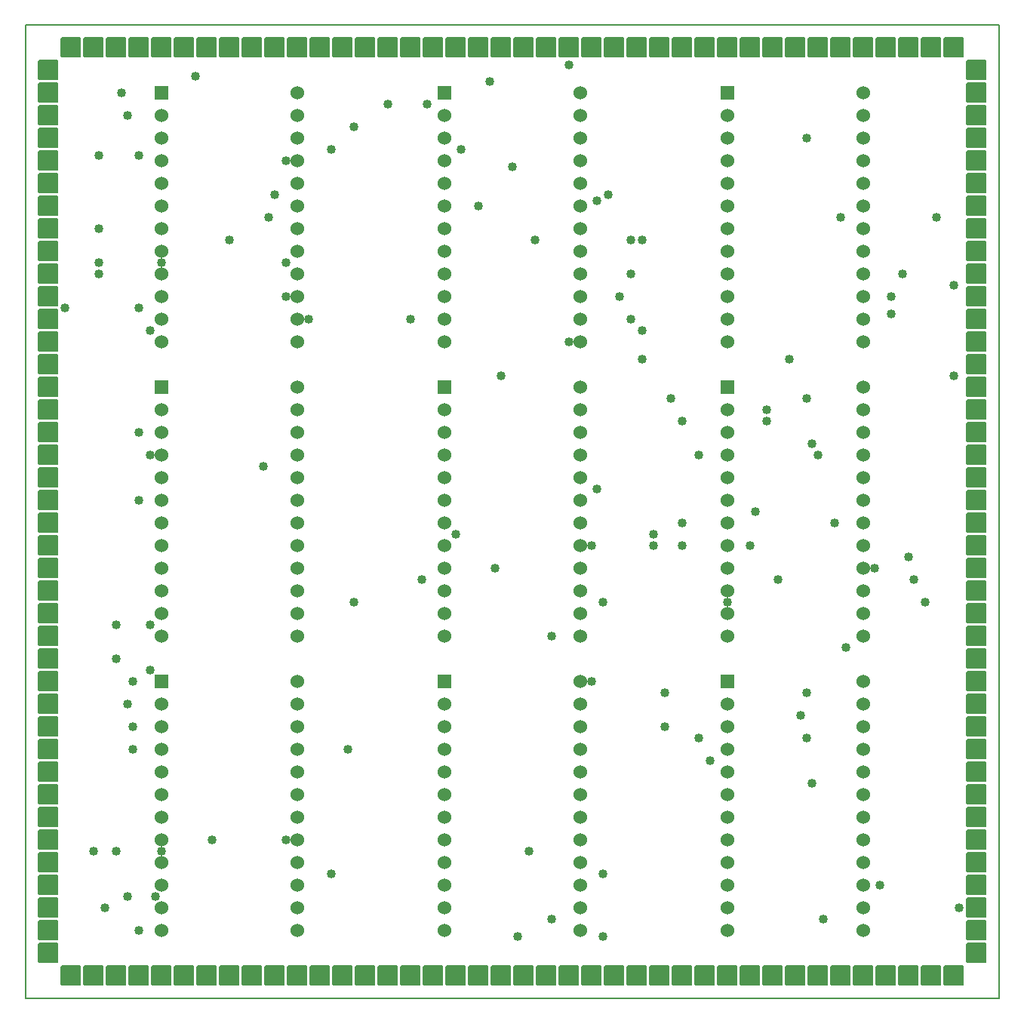
<source format=gbr>
G04 PROTEUS GERBER X2 FILE*
%TF.GenerationSoftware,Labcenter,Proteus,8.13-SP0-Build31525*%
%TF.CreationDate,2022-07-18T16:04:25+00:00*%
%TF.FileFunction,Soldermask,Bot*%
%TF.FilePolarity,Negative*%
%TF.Part,Single*%
%TF.SameCoordinates,{a14ccd22-1d2d-4c41-ae0f-5237a1d864ee}*%
%FSLAX45Y45*%
%MOMM*%
G01*
%TA.AperFunction,Material*%
%ADD17C,1.016000*%
%AMPPAD008*
4,1,36,
-1.016000,1.143000,
1.016000,1.143000,
1.041970,1.140470,
1.065980,1.133200,
1.087580,1.121650,
1.106290,1.106290,
1.121650,1.087570,
1.133200,1.065980,
1.140470,1.041970,
1.143000,1.016000,
1.143000,-1.016000,
1.140470,-1.041970,
1.133200,-1.065980,
1.121650,-1.087570,
1.106290,-1.106290,
1.087580,-1.121650,
1.065980,-1.133200,
1.041970,-1.140470,
1.016000,-1.143000,
-1.016000,-1.143000,
-1.041970,-1.140470,
-1.065980,-1.133200,
-1.087580,-1.121650,
-1.106290,-1.106290,
-1.121650,-1.087570,
-1.133200,-1.065980,
-1.140470,-1.041970,
-1.143000,-1.016000,
-1.143000,1.016000,
-1.140470,1.041970,
-1.133200,1.065980,
-1.121650,1.087570,
-1.106290,1.106290,
-1.087580,1.121650,
-1.065980,1.133200,
-1.041970,1.140470,
-1.016000,1.143000,
0*%
%TA.AperFunction,Material*%
%ADD18PPAD008*%
%AMPPAD009*
4,1,36,
1.143000,1.016000,
1.143000,-1.016000,
1.140470,-1.041970,
1.133200,-1.065980,
1.121650,-1.087580,
1.106290,-1.106290,
1.087570,-1.121650,
1.065980,-1.133200,
1.041970,-1.140470,
1.016000,-1.143000,
-1.016000,-1.143000,
-1.041970,-1.140470,
-1.065980,-1.133200,
-1.087570,-1.121650,
-1.106290,-1.106290,
-1.121650,-1.087580,
-1.133200,-1.065980,
-1.140470,-1.041970,
-1.143000,-1.016000,
-1.143000,1.016000,
-1.140470,1.041970,
-1.133200,1.065980,
-1.121650,1.087580,
-1.106290,1.106290,
-1.087570,1.121650,
-1.065980,1.133200,
-1.041970,1.140470,
-1.016000,1.143000,
1.016000,1.143000,
1.041970,1.140470,
1.065980,1.133200,
1.087570,1.121650,
1.106290,1.106290,
1.121650,1.087580,
1.133200,1.065980,
1.140470,1.041970,
1.143000,1.016000,
0*%
%ADD19PPAD009*%
%AMPPAD010*
4,1,36,
0.762000,0.635000,
0.762000,-0.635000,
0.759470,-0.660970,
0.752200,-0.684980,
0.740650,-0.706580,
0.725290,-0.725290,
0.706570,-0.740650,
0.684980,-0.752200,
0.660970,-0.759470,
0.635000,-0.762000,
-0.635000,-0.762000,
-0.660970,-0.759470,
-0.684980,-0.752200,
-0.706570,-0.740650,
-0.725290,-0.725290,
-0.740650,-0.706580,
-0.752200,-0.684980,
-0.759470,-0.660970,
-0.762000,-0.635000,
-0.762000,0.635000,
-0.759470,0.660970,
-0.752200,0.684980,
-0.740650,0.706580,
-0.725290,0.725290,
-0.706570,0.740650,
-0.684980,0.752200,
-0.660970,0.759470,
-0.635000,0.762000,
0.635000,0.762000,
0.660970,0.759470,
0.684980,0.752200,
0.706570,0.740650,
0.725290,0.725290,
0.740650,0.706580,
0.752200,0.684980,
0.759470,0.660970,
0.762000,0.635000,
0*%
%TA.AperFunction,Material*%
%ADD70PPAD010*%
%ADD71C,1.524000*%
%TA.AperFunction,Profile*%
%ADD15C,0.203200*%
%TD.AperFunction*%
D17*
X-3175000Y+2794000D03*
X+2667000Y-635000D03*
X+3619500Y-381000D03*
X+3365500Y-3302000D03*
X+3683000Y+3048000D03*
X-381000Y+3175000D03*
X+0Y+3619500D03*
X-1841500Y-2921000D03*
X+3302000Y-2794000D03*
X+3429000Y+381000D03*
X-2730500Y+3048000D03*
X+2730500Y-254000D03*
X+1905000Y-381000D03*
X+1905000Y-635000D03*
X+190500Y-4064000D03*
X+952500Y+0D03*
X+952500Y+3238500D03*
X-2667000Y+3302000D03*
X-2540000Y+3683000D03*
X+2222500Y-3048000D03*
X-2032000Y+3810000D03*
X+2095500Y+381000D03*
X+2095500Y-2794000D03*
X+1714500Y-2667000D03*
X-1778000Y+4064000D03*
X+1905000Y+762000D03*
X+1714500Y-2286000D03*
X+2857500Y+889000D03*
X-1397000Y+4318000D03*
X+1778000Y+1016000D03*
X+3302000Y+3937000D03*
X+3238500Y-2540000D03*
X-952500Y+4318000D03*
X+3302000Y+1016000D03*
X-571500Y+3810000D03*
X+889000Y-2159000D03*
X+3302000Y-2286000D03*
X+3365500Y+508000D03*
X+4254500Y+2159000D03*
X+1016000Y-5016500D03*
X+1206500Y+2159000D03*
X+1333500Y+1905000D03*
X+1460500Y+1460500D03*
X-2540000Y+2540000D03*
X-3937000Y+2540000D03*
X-635000Y-508000D03*
X+1587500Y-508000D03*
X-1016000Y-1016000D03*
X+2984500Y-1016000D03*
X-2540000Y+2159000D03*
X-3556000Y+4635500D03*
X+635000Y+4762500D03*
X+254000Y+2794000D03*
X+1333500Y+2794000D03*
X+1460500Y+2794000D03*
X-254000Y+4572000D03*
X+1587500Y-635000D03*
X+889000Y-635000D03*
X+1079500Y+3302000D03*
X+1016000Y-1270000D03*
X-1778000Y-1270000D03*
X-4191000Y-4953000D03*
X+1333500Y+2413000D03*
X+63500Y-5016500D03*
X-3937000Y-4064000D03*
X-4445000Y-4064000D03*
X-4318000Y-4572000D03*
X-4000500Y-4572000D03*
X-4254500Y-2921000D03*
X+444500Y-4826000D03*
X+3492500Y-4826000D03*
X+3746500Y-1778000D03*
X+1460500Y+1778000D03*
X+635000Y+1651000D03*
X+444500Y-1651000D03*
X-4254500Y-2159000D03*
X-4318000Y-2413000D03*
X-4254500Y-2667000D03*
X-1143000Y+1905000D03*
X-2286000Y+1905000D03*
X-4191000Y+2032000D03*
X-4191000Y+635000D03*
X-4064000Y+1778000D03*
X-4064000Y+381000D03*
X+5016500Y-4699000D03*
X-2794000Y+254000D03*
X-4191000Y-127000D03*
X-4445000Y-1524000D03*
X-4064000Y-1524000D03*
X-190500Y-889000D03*
X-4445000Y-1905000D03*
X+2857500Y+762000D03*
X+3111500Y+1460500D03*
X+4254500Y+1968500D03*
X+4953000Y+2286000D03*
X+4953000Y+1270000D03*
X+4064000Y-889000D03*
X-4635500Y+2413000D03*
X-4635500Y+2540000D03*
X-3365500Y-3937000D03*
X-2540000Y-3937000D03*
X+4445000Y-762000D03*
X+4508500Y-1016000D03*
X+4635500Y-1270000D03*
X+2413000Y-1270000D03*
X+4762500Y+3048000D03*
X+4381500Y+2413000D03*
X-4381500Y+4445000D03*
X-4318000Y+4191000D03*
X-4191000Y+3746500D03*
X-4635500Y+3746500D03*
X-5016500Y+2032000D03*
X-4572000Y-4699000D03*
X-4699000Y-4064000D03*
X-4635500Y+2921000D03*
X-4064000Y-2032000D03*
X-2032000Y-4318000D03*
X-127000Y+1270000D03*
X+4127500Y-4445000D03*
X+1016000Y-4318000D03*
D18*
X-2921000Y+4953000D03*
X-2667000Y+4953000D03*
X-2413000Y+4953000D03*
X-2159000Y+4953000D03*
X-1905000Y+4953000D03*
X-1651000Y+4953000D03*
X-1397000Y+4953000D03*
X-1143000Y+4953000D03*
X-889000Y+4953000D03*
X-635000Y+4953000D03*
X-381000Y+4953000D03*
X-127000Y+4953000D03*
X+127000Y+4953000D03*
X+381000Y+4953000D03*
X+635000Y+4953000D03*
X+889000Y+4953000D03*
X+1143000Y+4953000D03*
X+1397000Y+4953000D03*
X+1651000Y+4953000D03*
X+1905000Y+4953000D03*
X+2159000Y+4953000D03*
X+2413000Y+4953000D03*
X+2667000Y+4953000D03*
X+2921000Y+4953000D03*
X+3175000Y+4953000D03*
X+3429000Y+4953000D03*
X+3683000Y+4953000D03*
X+3937000Y+4953000D03*
X+4191000Y+4953000D03*
X+4445000Y+4953000D03*
X+4699000Y+4953000D03*
X+4953000Y+4953000D03*
X-4953000Y+4953000D03*
X-4699000Y+4953000D03*
X-4445000Y+4953000D03*
X-4191000Y+4953000D03*
X-3937000Y+4953000D03*
X-3683000Y+4953000D03*
X-3429000Y+4953000D03*
X-3175000Y+4953000D03*
X-4953000Y-5461000D03*
X-4699000Y-5461000D03*
X-4445000Y-5461000D03*
X-4191000Y-5461000D03*
X-3937000Y-5461000D03*
X-3683000Y-5461000D03*
X-3429000Y-5461000D03*
X-3175000Y-5461000D03*
X-2921000Y-5461000D03*
X-2667000Y-5461000D03*
X-2413000Y-5461000D03*
X-2159000Y-5461000D03*
X-1905000Y-5461000D03*
X-1651000Y-5461000D03*
X-1397000Y-5461000D03*
X-1143000Y-5461000D03*
X-889000Y-5461000D03*
X-635000Y-5461000D03*
X-381000Y-5461000D03*
X-127000Y-5461000D03*
X+127000Y-5461000D03*
X+381000Y-5461000D03*
X+635000Y-5461000D03*
X+889000Y-5461000D03*
X+1143000Y-5461000D03*
X+1397000Y-5461000D03*
X+1651000Y-5461000D03*
X+1905000Y-5461000D03*
X+2159000Y-5461000D03*
X+2413000Y-5461000D03*
X+2667000Y-5461000D03*
X+2921000Y-5461000D03*
X+3175000Y-5461000D03*
X+3429000Y-5461000D03*
X+3683000Y-5461000D03*
X+3937000Y-5461000D03*
X+4191000Y-5461000D03*
X+4445000Y-5461000D03*
X+4699000Y-5461000D03*
X+4953000Y-5461000D03*
D19*
X-5207000Y+4699000D03*
X-5207000Y+4445000D03*
X-5207000Y+4191000D03*
X-5207000Y+3937000D03*
X-5207000Y+3683000D03*
X-5207000Y+3429000D03*
X-5207000Y+3175000D03*
X-5207000Y+2921000D03*
X-5207000Y+2667000D03*
X-5207000Y+2413000D03*
X-5207000Y+2159000D03*
X-5207000Y+1905000D03*
X-5207000Y+1651000D03*
X-5207000Y+1397000D03*
X-5207000Y+1143000D03*
X-5207000Y+889000D03*
X-5207000Y+635000D03*
X-5207000Y+381000D03*
X-5207000Y+127000D03*
X-5207000Y-127000D03*
X-5207000Y-381000D03*
X-5207000Y-635000D03*
X-5207000Y-889000D03*
X-5207000Y-1143000D03*
X-5207000Y-1397000D03*
X-5207000Y-1651000D03*
X-5207000Y-1905000D03*
X-5207000Y-2159000D03*
X-5207000Y-2413000D03*
X-5207000Y-2667000D03*
X-5207000Y-2921000D03*
X-5207000Y-3175000D03*
X-5207000Y-3429000D03*
X-5207000Y-3683000D03*
X-5207000Y-3937000D03*
X-5207000Y-4191000D03*
X-5207000Y-4445000D03*
X-5207000Y-4699000D03*
X-5207000Y-4953000D03*
X-5207000Y-5207000D03*
X+5207000Y+4699000D03*
X+5207000Y+4445000D03*
X+5207000Y+4191000D03*
X+5207000Y+3937000D03*
X+5207000Y+3683000D03*
X+5207000Y+3429000D03*
X+5207000Y+3175000D03*
X+5207000Y+2921000D03*
X+5207000Y+2667000D03*
X+5207000Y+2413000D03*
X+5207000Y+2159000D03*
X+5207000Y+1905000D03*
X+5207000Y+1651000D03*
X+5207000Y+1397000D03*
X+5207000Y+1143000D03*
X+5207000Y+889000D03*
X+5207000Y+635000D03*
X+5207000Y+381000D03*
X+5207000Y+127000D03*
X+5207000Y-127000D03*
X+5207000Y-381000D03*
X+5207000Y-635000D03*
X+5207000Y-889000D03*
X+5207000Y-1143000D03*
X+5207000Y-1397000D03*
X+5207000Y-1651000D03*
X+5207000Y-1905000D03*
X+5207000Y-2159000D03*
X+5207000Y-2413000D03*
X+5207000Y-2667000D03*
X+5207000Y-2921000D03*
X+5207000Y-3175000D03*
X+5207000Y-3429000D03*
X+5207000Y-3683000D03*
X+5207000Y-3937000D03*
X+5207000Y-4191000D03*
X+5207000Y-4445000D03*
X+5207000Y-4699000D03*
X+5207000Y-4953000D03*
X+5207000Y-5207000D03*
D70*
X-3937000Y+4445000D03*
D71*
X-3937000Y+4191000D03*
X-3937000Y+3937000D03*
X-3937000Y+3683000D03*
X-3937000Y+3429000D03*
X-3937000Y+3175000D03*
X-3937000Y+2921000D03*
X-3937000Y+2667000D03*
X-3937000Y+2413000D03*
X-3937000Y+2159000D03*
X-3937000Y+1905000D03*
X-3937000Y+1651000D03*
X-2413000Y+1651000D03*
X-2413000Y+1905000D03*
X-2413000Y+2159000D03*
X-2413000Y+2413000D03*
X-2413000Y+2667000D03*
X-2413000Y+2921000D03*
X-2413000Y+3175000D03*
X-2413000Y+3429000D03*
X-2413000Y+3683000D03*
X-2413000Y+3937000D03*
X-2413000Y+4191000D03*
X-2413000Y+4445000D03*
D70*
X-3937000Y+1143000D03*
D71*
X-3937000Y+889000D03*
X-3937000Y+635000D03*
X-3937000Y+381000D03*
X-3937000Y+127000D03*
X-3937000Y-127000D03*
X-3937000Y-381000D03*
X-3937000Y-635000D03*
X-3937000Y-889000D03*
X-3937000Y-1143000D03*
X-3937000Y-1397000D03*
X-3937000Y-1651000D03*
X-2413000Y-1651000D03*
X-2413000Y-1397000D03*
X-2413000Y-1143000D03*
X-2413000Y-889000D03*
X-2413000Y-635000D03*
X-2413000Y-381000D03*
X-2413000Y-127000D03*
X-2413000Y+127000D03*
X-2413000Y+381000D03*
X-2413000Y+635000D03*
X-2413000Y+889000D03*
X-2413000Y+1143000D03*
D70*
X-3937000Y-2159000D03*
D71*
X-3937000Y-2413000D03*
X-3937000Y-2667000D03*
X-3937000Y-2921000D03*
X-3937000Y-3175000D03*
X-3937000Y-3429000D03*
X-3937000Y-3683000D03*
X-3937000Y-3937000D03*
X-3937000Y-4191000D03*
X-3937000Y-4445000D03*
X-3937000Y-4699000D03*
X-3937000Y-4953000D03*
X-2413000Y-4953000D03*
X-2413000Y-4699000D03*
X-2413000Y-4445000D03*
X-2413000Y-4191000D03*
X-2413000Y-3937000D03*
X-2413000Y-3683000D03*
X-2413000Y-3429000D03*
X-2413000Y-3175000D03*
X-2413000Y-2921000D03*
X-2413000Y-2667000D03*
X-2413000Y-2413000D03*
X-2413000Y-2159000D03*
D70*
X-762000Y+4445000D03*
D71*
X-762000Y+4191000D03*
X-762000Y+3937000D03*
X-762000Y+3683000D03*
X-762000Y+3429000D03*
X-762000Y+3175000D03*
X-762000Y+2921000D03*
X-762000Y+2667000D03*
X-762000Y+2413000D03*
X-762000Y+2159000D03*
X-762000Y+1905000D03*
X-762000Y+1651000D03*
X+762000Y+1651000D03*
X+762000Y+1905000D03*
X+762000Y+2159000D03*
X+762000Y+2413000D03*
X+762000Y+2667000D03*
X+762000Y+2921000D03*
X+762000Y+3175000D03*
X+762000Y+3429000D03*
X+762000Y+3683000D03*
X+762000Y+3937000D03*
X+762000Y+4191000D03*
X+762000Y+4445000D03*
D70*
X-762000Y+1143000D03*
D71*
X-762000Y+889000D03*
X-762000Y+635000D03*
X-762000Y+381000D03*
X-762000Y+127000D03*
X-762000Y-127000D03*
X-762000Y-381000D03*
X-762000Y-635000D03*
X-762000Y-889000D03*
X-762000Y-1143000D03*
X-762000Y-1397000D03*
X-762000Y-1651000D03*
X+762000Y-1651000D03*
X+762000Y-1397000D03*
X+762000Y-1143000D03*
X+762000Y-889000D03*
X+762000Y-635000D03*
X+762000Y-381000D03*
X+762000Y-127000D03*
X+762000Y+127000D03*
X+762000Y+381000D03*
X+762000Y+635000D03*
X+762000Y+889000D03*
X+762000Y+1143000D03*
D70*
X-762000Y-2159000D03*
D71*
X-762000Y-2413000D03*
X-762000Y-2667000D03*
X-762000Y-2921000D03*
X-762000Y-3175000D03*
X-762000Y-3429000D03*
X-762000Y-3683000D03*
X-762000Y-3937000D03*
X-762000Y-4191000D03*
X-762000Y-4445000D03*
X-762000Y-4699000D03*
X-762000Y-4953000D03*
X+762000Y-4953000D03*
X+762000Y-4699000D03*
X+762000Y-4445000D03*
X+762000Y-4191000D03*
X+762000Y-3937000D03*
X+762000Y-3683000D03*
X+762000Y-3429000D03*
X+762000Y-3175000D03*
X+762000Y-2921000D03*
X+762000Y-2667000D03*
X+762000Y-2413000D03*
X+762000Y-2159000D03*
D70*
X+2413000Y+4445000D03*
D71*
X+2413000Y+4191000D03*
X+2413000Y+3937000D03*
X+2413000Y+3683000D03*
X+2413000Y+3429000D03*
X+2413000Y+3175000D03*
X+2413000Y+2921000D03*
X+2413000Y+2667000D03*
X+2413000Y+2413000D03*
X+2413000Y+2159000D03*
X+2413000Y+1905000D03*
X+2413000Y+1651000D03*
X+3937000Y+1651000D03*
X+3937000Y+1905000D03*
X+3937000Y+2159000D03*
X+3937000Y+2413000D03*
X+3937000Y+2667000D03*
X+3937000Y+2921000D03*
X+3937000Y+3175000D03*
X+3937000Y+3429000D03*
X+3937000Y+3683000D03*
X+3937000Y+3937000D03*
X+3937000Y+4191000D03*
X+3937000Y+4445000D03*
D70*
X+2413000Y+1143000D03*
D71*
X+2413000Y+889000D03*
X+2413000Y+635000D03*
X+2413000Y+381000D03*
X+2413000Y+127000D03*
X+2413000Y-127000D03*
X+2413000Y-381000D03*
X+2413000Y-635000D03*
X+2413000Y-889000D03*
X+2413000Y-1143000D03*
X+2413000Y-1397000D03*
X+2413000Y-1651000D03*
X+3937000Y-1651000D03*
X+3937000Y-1397000D03*
X+3937000Y-1143000D03*
X+3937000Y-889000D03*
X+3937000Y-635000D03*
X+3937000Y-381000D03*
X+3937000Y-127000D03*
X+3937000Y+127000D03*
X+3937000Y+381000D03*
X+3937000Y+635000D03*
X+3937000Y+889000D03*
X+3937000Y+1143000D03*
D70*
X+2413000Y-2159000D03*
D71*
X+2413000Y-2413000D03*
X+2413000Y-2667000D03*
X+2413000Y-2921000D03*
X+2413000Y-3175000D03*
X+2413000Y-3429000D03*
X+2413000Y-3683000D03*
X+2413000Y-3937000D03*
X+2413000Y-4191000D03*
X+2413000Y-4445000D03*
X+2413000Y-4699000D03*
X+2413000Y-4953000D03*
X+3937000Y-4953000D03*
X+3937000Y-4699000D03*
X+3937000Y-4445000D03*
X+3937000Y-4191000D03*
X+3937000Y-3937000D03*
X+3937000Y-3683000D03*
X+3937000Y-3429000D03*
X+3937000Y-3175000D03*
X+3937000Y-2921000D03*
X+3937000Y-2667000D03*
X+3937000Y-2413000D03*
X+3937000Y-2159000D03*
D15*
X-5461000Y-5715000D02*
X+5461000Y-5715000D01*
X+5461000Y+5207000D01*
X-5461000Y+5207000D01*
X-5461000Y-5715000D01*
M02*

</source>
